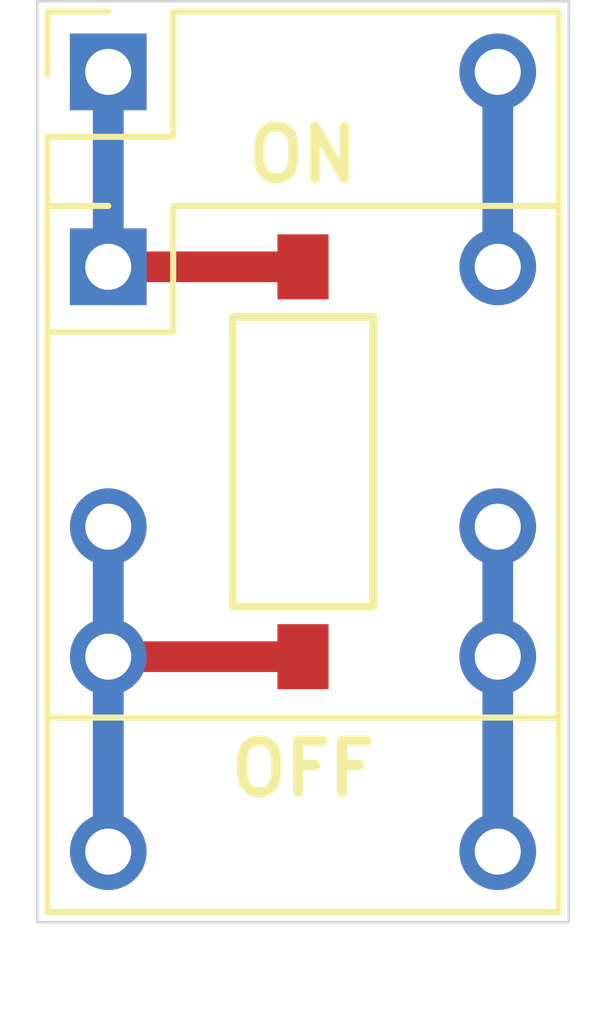
<source format=kicad_pcb>
(kicad_pcb (version 20240108) (generator "pcbnew") (generator_version "8.0")
  (layers (0 "F.Cu" signal) (31 "B.Cu" signal) (34 "B.Paste" user) (35 "F.Paste" user) (36 "B.SilkS" user "B.Silkscreen") (37 "F.SilkS" user "F.Silkscreen") (38 "B.Mask" user) (39 "F.Mask" user) (44 "Edge.Cuts" user))
  (net 0 "")
  (net 1 "Net-(J1-Pin_2)")
  (net 2 "Net-(J1-Pin_3)")
  (net 3 "Net-(J1-Pin_1)")
  (net 4 "Net-(J1-Pin_4)")
  (footprint "Library:PinHeader_2x04_6pop_P2.54mmX7.62mm_Vertical" (layer "F.Cu") (at 105.2 109)
    (property "Reference" "J2" (hide yes))
    (property "Value" "Conn_01x06")
    (fp_line (start -5 -5) (end -3.81 -5) (stroke (width 0.12)) (layer "F.SilkS"))
    (fp_line (start -5 -3.81) (end -5 -5) (stroke (width 0.12)) (layer "F.SilkS"))
    (fp_line (start -5 -2.54) (end -5 5) (stroke (width 0.12)) (layer "F.SilkS"))
    (fp_line (start -5 -2.54) (end -2.54 -2.54) (stroke (width 0.12)) (layer "F.SilkS"))
    (fp_line (start -5 5) (end 5 5) (stroke (width 0.12)) (layer "F.SilkS"))
    (fp_line (start -2.54 -5) (end 5 -5) (stroke (width 0.12)) (layer "F.SilkS"))
    (fp_line (start -2.54 -2.54) (end -2.54 -5) (stroke (width 0.12)) (layer "F.SilkS"))
    (fp_line (start 5 -5) (end 5 5) (stroke (width 0.12)) (layer "F.SilkS"))
    (pad "1" thru_hole rect (at -3.81 -3.81) (size 1.5 1.5) (drill 0.9) (layers "*.Cu" "*.Mask") (net 3 "Net-(J1-Pin_1)"))
    (pad "2" thru_hole circle (at -3.81 1.27) (size 1.5 1.5) (drill 0.9) (layers "*.Cu" "*.Mask") (net 1 "Net-(J1-Pin_2)"))
    (pad "3" thru_hole circle (at -3.81 3.81) (size 1.5 1.5) (drill 0.9) (layers "*.Cu" "*.Mask") (net 1 "Net-(J1-Pin_2)"))
    (pad "4" thru_hole circle (at 3.81 3.81) (size 1.5 1.5) (drill 0.9) (layers "*.Cu" "*.Mask") (net 2 "Net-(J1-Pin_3)"))
    (pad "5" thru_hole circle (at 3.81 1.27) (size 1.5 1.5) (drill 0.9) (layers "*.Cu" "*.Mask") (net 2 "Net-(J1-Pin_3)"))
    (pad "6" thru_hole circle (at 3.81 -3.81) (size 1.5 1.5) (drill 0.9) (layers "*.Cu" "*.Mask") (net 4 "Net-(J1-Pin_4)"))
  )
  (footprint "Library:CHS-01B_NDC" (layer "F.Cu") (at 105.2 109 -90)
    (property "Reference" "SW1" (hide yes))
    (property "Value" "CHS-01")
    (fp_line (start -2.8321 1.3716) (end 2.8321 1.3716) (stroke (width 0.1524)) (layer "F.SilkS"))
    (fp_line (start 2.8321 1.3716) (end 2.8321 -1.3716) (stroke (width 0.1524)) (layer "F.SilkS"))
    (fp_line (start -2.8321 -1.3716) (end -2.8321 1.3716) (stroke (width 0.1524)) (layer "F.SilkS"))
    (fp_line (start 2.8321 -1.3716) (end -2.8321 -1.3716) (stroke (width 0.1524)) (layer "F.SilkS"))
    (fp_text user "ON" (at -6 0 0) (layer "F.SilkS") (effects (font (thickness 0.2) (bold yes))))
    (fp_text user "OFF" (at 6 0 0) (layer "F.SilkS") (effects (font (thickness 0.2) (bold yes))))
    (pad "1" smd rect (at -3.81 0 270) (size 1.27 1) (layers "F.Cu" "F.Paste" "F.Mask") (net 3 "Net-(J1-Pin_1)"))
    (pad "2" smd rect (at 3.81 0 270) (size 1.27 1) (layers "F.Cu" "F.Paste" "F.Mask") (net 1 "Net-(J1-Pin_2)"))
  )
  (footprint "Library:PinHeader_2x07_4pop_P2.54mmX7.62mm_Vertical" (layer "F.Cu") (at 105.2 109)
    (property "Reference" "J1" (hide yes))
    (property "Value" "Conn_01x04")
    (fp_line (start -5 -8.8) (end -3.81 -8.8) (stroke (width 0.12)) (layer "F.SilkS"))
    (fp_line (start -5 -7.56) (end -5 -8.8) (stroke (width 0.12)) (layer "F.SilkS"))
    (fp_line (start -5 -6.35) (end -5 8.8) (stroke (width 0.12)) (layer "F.SilkS"))
    (fp_line (start -5 -6.35) (end -2.54 -6.35) (stroke (width 0.12)) (layer "F.SilkS"))
    (fp_line (start -5 8.8) (end 5 8.8) (stroke (width 0.12)) (layer "F.SilkS"))
    (fp_line (start -2.54 -8.8) (end 5 -8.8) (stroke (width 0.12)) (layer "F.SilkS"))
    (fp_line (start -2.54 -6.35) (end -2.54 -8.8) (stroke (width 0.12)) (layer "F.SilkS"))
    (fp_line (start 5 -8.8) (end 5 8.8) (stroke (width 0.12)) (layer "F.SilkS"))
    (pad "1" thru_hole rect (at -3.81 -7.62) (size 1.5 1.5) (drill 0.9) (layers "*.Cu" "*.Mask") (net 3 "Net-(J1-Pin_1)"))
    (pad "2" thru_hole circle (at -3.81 7.62) (size 1.5 1.5) (drill 0.9) (layers "*.Cu" "*.Mask") (net 1 "Net-(J1-Pin_2)"))
    (pad "3" thru_hole circle (at 3.81 7.62) (size 1.5 1.5) (drill 0.9) (layers "*.Cu" "*.Mask") (net 2 "Net-(J1-Pin_3)"))
    (pad "4" thru_hole circle (at 3.81 -7.62) (size 1.5 1.5) (drill 0.9) (layers "*.Cu" "*.Mask") (net 4 "Net-(J1-Pin_4)"))
  )
  (gr_rect (start 100 100) (end 110.4 118) (stroke (width 0.05)) (fill none) (layer "Edge.Cuts"))
  (segment (start 101.39 112.81) (end 101.39 116.62) (width 0.6) (layer "F.Cu") (net 1))
  (segment (start 101.39 112.81) (end 105.2 112.81) (width 0.6) (layer "F.Cu") (net 1))
  (segment (start 101.39 110.27) (end 101.39 112.81) (width 0.6) (layer "F.Cu") (net 1))
  (segment (start 101.39 112.81) (end 101.39 110.27) (width 0.6) (layer "B.Cu") (net 1))
  (segment (start 101.39 116.62) (end 101.39 112.81) (width 0.6) (layer "B.Cu") (net 1))
  (segment (start 109.01 110.27) (end 109.01 112.81) (width 0.6) (layer "F.Cu") (net 2))
  (segment (start 109.01 112.81) (end 109.01 116.62) (width 0.6) (layer "F.Cu") (net 2))
  (segment (start 109.01 116.62) (end 109.01 112.81) (width 0.6) (layer "B.Cu") (net 2))
  (segment (start 109.01 112.81) (end 109.01 110.27) (width 0.6) (layer "B.Cu") (net 2))
  (segment (start 101.39 101.38) (end 101.39 105.19) (width 0.6) (layer "F.Cu") (net 3))
  (segment (start 101.39 105.19) (end 105.2 105.19) (width 0.6) (layer "F.Cu") (net 3))
  (segment (start 101.39 105.19) (end 101.39 101.38) (width 0.6) (layer "B.Cu") (net 3))
  (segment (start 109.01 101.38) (end 109.01 105.19) (width 0.6) (layer "F.Cu") (net 4))
  (segment (start 109.01 105.19) (end 109.01 101.38) (width 0.6) (layer "B.Cu") (net 4))
)
</source>
